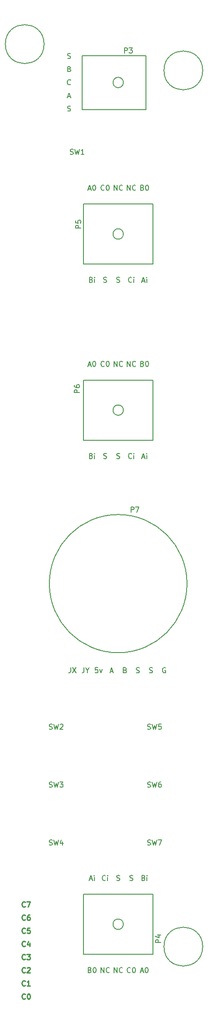
<source format=gbr>
G04 #@! TF.FileFunction,Legend,Top*
%FSLAX46Y46*%
G04 Gerber Fmt 4.6, Leading zero omitted, Abs format (unit mm)*
G04 Created by KiCad (PCBNEW 4.0.0-1rc2.201511291916+6190~38~ubuntu14.04.1-stable) date Mon 14 Mar 2016 12:19:52 PM PDT*
%MOMM*%
G01*
G04 APERTURE LIST*
%ADD10C,0.100000*%
%ADD11C,0.250000*%
%ADD12C,0.150000*%
G04 APERTURE END LIST*
D10*
D11*
X103973334Y-189841143D02*
X103925715Y-189888762D01*
X103782858Y-189936381D01*
X103687620Y-189936381D01*
X103544762Y-189888762D01*
X103449524Y-189793524D01*
X103401905Y-189698286D01*
X103354286Y-189507810D01*
X103354286Y-189364952D01*
X103401905Y-189174476D01*
X103449524Y-189079238D01*
X103544762Y-188984000D01*
X103687620Y-188936381D01*
X103782858Y-188936381D01*
X103925715Y-188984000D01*
X103973334Y-189031619D01*
X104592381Y-188936381D02*
X104687620Y-188936381D01*
X104782858Y-188984000D01*
X104830477Y-189031619D01*
X104878096Y-189126857D01*
X104925715Y-189317333D01*
X104925715Y-189555429D01*
X104878096Y-189745905D01*
X104830477Y-189841143D01*
X104782858Y-189888762D01*
X104687620Y-189936381D01*
X104592381Y-189936381D01*
X104497143Y-189888762D01*
X104449524Y-189841143D01*
X104401905Y-189745905D01*
X104354286Y-189555429D01*
X104354286Y-189317333D01*
X104401905Y-189126857D01*
X104449524Y-189031619D01*
X104497143Y-188984000D01*
X104592381Y-188936381D01*
X103973334Y-187301143D02*
X103925715Y-187348762D01*
X103782858Y-187396381D01*
X103687620Y-187396381D01*
X103544762Y-187348762D01*
X103449524Y-187253524D01*
X103401905Y-187158286D01*
X103354286Y-186967810D01*
X103354286Y-186824952D01*
X103401905Y-186634476D01*
X103449524Y-186539238D01*
X103544762Y-186444000D01*
X103687620Y-186396381D01*
X103782858Y-186396381D01*
X103925715Y-186444000D01*
X103973334Y-186491619D01*
X104925715Y-187396381D02*
X104354286Y-187396381D01*
X104640000Y-187396381D02*
X104640000Y-186396381D01*
X104544762Y-186539238D01*
X104449524Y-186634476D01*
X104354286Y-186682095D01*
X103973334Y-184761143D02*
X103925715Y-184808762D01*
X103782858Y-184856381D01*
X103687620Y-184856381D01*
X103544762Y-184808762D01*
X103449524Y-184713524D01*
X103401905Y-184618286D01*
X103354286Y-184427810D01*
X103354286Y-184284952D01*
X103401905Y-184094476D01*
X103449524Y-183999238D01*
X103544762Y-183904000D01*
X103687620Y-183856381D01*
X103782858Y-183856381D01*
X103925715Y-183904000D01*
X103973334Y-183951619D01*
X104354286Y-183951619D02*
X104401905Y-183904000D01*
X104497143Y-183856381D01*
X104735239Y-183856381D01*
X104830477Y-183904000D01*
X104878096Y-183951619D01*
X104925715Y-184046857D01*
X104925715Y-184142095D01*
X104878096Y-184284952D01*
X104306667Y-184856381D01*
X104925715Y-184856381D01*
X103973334Y-182221143D02*
X103925715Y-182268762D01*
X103782858Y-182316381D01*
X103687620Y-182316381D01*
X103544762Y-182268762D01*
X103449524Y-182173524D01*
X103401905Y-182078286D01*
X103354286Y-181887810D01*
X103354286Y-181744952D01*
X103401905Y-181554476D01*
X103449524Y-181459238D01*
X103544762Y-181364000D01*
X103687620Y-181316381D01*
X103782858Y-181316381D01*
X103925715Y-181364000D01*
X103973334Y-181411619D01*
X104306667Y-181316381D02*
X104925715Y-181316381D01*
X104592381Y-181697333D01*
X104735239Y-181697333D01*
X104830477Y-181744952D01*
X104878096Y-181792571D01*
X104925715Y-181887810D01*
X104925715Y-182125905D01*
X104878096Y-182221143D01*
X104830477Y-182268762D01*
X104735239Y-182316381D01*
X104449524Y-182316381D01*
X104354286Y-182268762D01*
X104306667Y-182221143D01*
X103973334Y-179681143D02*
X103925715Y-179728762D01*
X103782858Y-179776381D01*
X103687620Y-179776381D01*
X103544762Y-179728762D01*
X103449524Y-179633524D01*
X103401905Y-179538286D01*
X103354286Y-179347810D01*
X103354286Y-179204952D01*
X103401905Y-179014476D01*
X103449524Y-178919238D01*
X103544762Y-178824000D01*
X103687620Y-178776381D01*
X103782858Y-178776381D01*
X103925715Y-178824000D01*
X103973334Y-178871619D01*
X104830477Y-179109714D02*
X104830477Y-179776381D01*
X104592381Y-178728762D02*
X104354286Y-179443048D01*
X104973334Y-179443048D01*
X103973334Y-177141143D02*
X103925715Y-177188762D01*
X103782858Y-177236381D01*
X103687620Y-177236381D01*
X103544762Y-177188762D01*
X103449524Y-177093524D01*
X103401905Y-176998286D01*
X103354286Y-176807810D01*
X103354286Y-176664952D01*
X103401905Y-176474476D01*
X103449524Y-176379238D01*
X103544762Y-176284000D01*
X103687620Y-176236381D01*
X103782858Y-176236381D01*
X103925715Y-176284000D01*
X103973334Y-176331619D01*
X104878096Y-176236381D02*
X104401905Y-176236381D01*
X104354286Y-176712571D01*
X104401905Y-176664952D01*
X104497143Y-176617333D01*
X104735239Y-176617333D01*
X104830477Y-176664952D01*
X104878096Y-176712571D01*
X104925715Y-176807810D01*
X104925715Y-177045905D01*
X104878096Y-177141143D01*
X104830477Y-177188762D01*
X104735239Y-177236381D01*
X104497143Y-177236381D01*
X104401905Y-177188762D01*
X104354286Y-177141143D01*
X103973334Y-174601143D02*
X103925715Y-174648762D01*
X103782858Y-174696381D01*
X103687620Y-174696381D01*
X103544762Y-174648762D01*
X103449524Y-174553524D01*
X103401905Y-174458286D01*
X103354286Y-174267810D01*
X103354286Y-174124952D01*
X103401905Y-173934476D01*
X103449524Y-173839238D01*
X103544762Y-173744000D01*
X103687620Y-173696381D01*
X103782858Y-173696381D01*
X103925715Y-173744000D01*
X103973334Y-173791619D01*
X104830477Y-173696381D02*
X104640000Y-173696381D01*
X104544762Y-173744000D01*
X104497143Y-173791619D01*
X104401905Y-173934476D01*
X104354286Y-174124952D01*
X104354286Y-174505905D01*
X104401905Y-174601143D01*
X104449524Y-174648762D01*
X104544762Y-174696381D01*
X104735239Y-174696381D01*
X104830477Y-174648762D01*
X104878096Y-174601143D01*
X104925715Y-174505905D01*
X104925715Y-174267810D01*
X104878096Y-174172571D01*
X104830477Y-174124952D01*
X104735239Y-174077333D01*
X104544762Y-174077333D01*
X104449524Y-174124952D01*
X104401905Y-174172571D01*
X104354286Y-174267810D01*
X103973334Y-172061143D02*
X103925715Y-172108762D01*
X103782858Y-172156381D01*
X103687620Y-172156381D01*
X103544762Y-172108762D01*
X103449524Y-172013524D01*
X103401905Y-171918286D01*
X103354286Y-171727810D01*
X103354286Y-171584952D01*
X103401905Y-171394476D01*
X103449524Y-171299238D01*
X103544762Y-171204000D01*
X103687620Y-171156381D01*
X103782858Y-171156381D01*
X103925715Y-171204000D01*
X103973334Y-171251619D01*
X104306667Y-171156381D02*
X104973334Y-171156381D01*
X104544762Y-172156381D01*
D12*
X123000000Y-13000000D02*
G75*
G03X123000000Y-13000000I-1000000J0D01*
G01*
X115000000Y-18200000D02*
X127350000Y-18200000D01*
X115000000Y-7800000D02*
X127350000Y-7800000D01*
X127350000Y-7800000D02*
X127350000Y-18200000D01*
X115000000Y-7800000D02*
X115000000Y-18200000D01*
X123000000Y-175500000D02*
G75*
G03X123000000Y-175500000I-1000000J0D01*
G01*
X128750000Y-181300000D02*
X115250000Y-181300000D01*
X115250000Y-181300000D02*
X115250000Y-169700000D01*
X115250000Y-169700000D02*
X128750000Y-169700000D01*
X128750000Y-169700000D02*
X128750000Y-181300000D01*
X123000000Y-42250000D02*
G75*
G03X123000000Y-42250000I-1000000J0D01*
G01*
X115250000Y-36450000D02*
X128750000Y-36450000D01*
X128750000Y-36450000D02*
X128750000Y-48050000D01*
X128750000Y-48050000D02*
X115250000Y-48050000D01*
X115250000Y-48050000D02*
X115250000Y-36450000D01*
X123000000Y-76250000D02*
G75*
G03X123000000Y-76250000I-1000000J0D01*
G01*
X115250000Y-70450000D02*
X128750000Y-70450000D01*
X128750000Y-70450000D02*
X128750000Y-82050000D01*
X128750000Y-82050000D02*
X115250000Y-82050000D01*
X115250000Y-82050000D02*
X115250000Y-70450000D01*
X135335000Y-109750000D02*
G75*
G03X135335000Y-109750000I-13335000J0D01*
G01*
X138370000Y-10668000D02*
G75*
G03X138370000Y-10668000I-3750000J0D01*
G01*
X107636000Y-5588000D02*
G75*
G03X107636000Y-5588000I-3750000J0D01*
G01*
X138370000Y-179832000D02*
G75*
G03X138370000Y-179832000I-3750000J0D01*
G01*
X123213905Y-7310381D02*
X123213905Y-6310381D01*
X123594858Y-6310381D01*
X123690096Y-6358000D01*
X123737715Y-6405619D01*
X123785334Y-6500857D01*
X123785334Y-6643714D01*
X123737715Y-6738952D01*
X123690096Y-6786571D01*
X123594858Y-6834190D01*
X123213905Y-6834190D01*
X124118667Y-6310381D02*
X124737715Y-6310381D01*
X124404381Y-6691333D01*
X124547239Y-6691333D01*
X124642477Y-6738952D01*
X124690096Y-6786571D01*
X124737715Y-6881810D01*
X124737715Y-7119905D01*
X124690096Y-7215143D01*
X124642477Y-7262762D01*
X124547239Y-7310381D01*
X124261524Y-7310381D01*
X124166286Y-7262762D01*
X124118667Y-7215143D01*
X112236905Y-15706667D02*
X112713096Y-15706667D01*
X112141667Y-15992381D02*
X112475000Y-14992381D01*
X112808334Y-15992381D01*
X112784524Y-13357143D02*
X112736905Y-13404762D01*
X112594048Y-13452381D01*
X112498810Y-13452381D01*
X112355952Y-13404762D01*
X112260714Y-13309524D01*
X112213095Y-13214286D01*
X112165476Y-13023810D01*
X112165476Y-12880952D01*
X112213095Y-12690476D01*
X112260714Y-12595238D01*
X112355952Y-12500000D01*
X112498810Y-12452381D01*
X112594048Y-12452381D01*
X112736905Y-12500000D01*
X112784524Y-12547619D01*
X112546429Y-10388571D02*
X112689286Y-10436190D01*
X112736905Y-10483810D01*
X112784524Y-10579048D01*
X112784524Y-10721905D01*
X112736905Y-10817143D01*
X112689286Y-10864762D01*
X112594048Y-10912381D01*
X112213095Y-10912381D01*
X112213095Y-9912381D01*
X112546429Y-9912381D01*
X112641667Y-9960000D01*
X112689286Y-10007619D01*
X112736905Y-10102857D01*
X112736905Y-10198095D01*
X112689286Y-10293333D01*
X112641667Y-10340952D01*
X112546429Y-10388571D01*
X112213095Y-10388571D01*
X112189286Y-18484762D02*
X112332143Y-18532381D01*
X112570239Y-18532381D01*
X112665477Y-18484762D01*
X112713096Y-18437143D01*
X112760715Y-18341905D01*
X112760715Y-18246667D01*
X112713096Y-18151429D01*
X112665477Y-18103810D01*
X112570239Y-18056190D01*
X112379762Y-18008571D01*
X112284524Y-17960952D01*
X112236905Y-17913333D01*
X112189286Y-17818095D01*
X112189286Y-17722857D01*
X112236905Y-17627619D01*
X112284524Y-17580000D01*
X112379762Y-17532381D01*
X112617858Y-17532381D01*
X112760715Y-17580000D01*
X112189286Y-8324762D02*
X112332143Y-8372381D01*
X112570239Y-8372381D01*
X112665477Y-8324762D01*
X112713096Y-8277143D01*
X112760715Y-8181905D01*
X112760715Y-8086667D01*
X112713096Y-7991429D01*
X112665477Y-7943810D01*
X112570239Y-7896190D01*
X112379762Y-7848571D01*
X112284524Y-7800952D01*
X112236905Y-7753333D01*
X112189286Y-7658095D01*
X112189286Y-7562857D01*
X112236905Y-7467619D01*
X112284524Y-7420000D01*
X112379762Y-7372381D01*
X112617858Y-7372381D01*
X112760715Y-7420000D01*
X130246381Y-179046095D02*
X129246381Y-179046095D01*
X129246381Y-178665142D01*
X129294000Y-178569904D01*
X129341619Y-178522285D01*
X129436857Y-178474666D01*
X129579714Y-178474666D01*
X129674952Y-178522285D01*
X129722571Y-178569904D01*
X129770190Y-178665142D01*
X129770190Y-179046095D01*
X129579714Y-177617523D02*
X130246381Y-177617523D01*
X129198762Y-177855619D02*
X129913048Y-178093714D01*
X129913048Y-177474666D01*
X116515239Y-184318571D02*
X116658096Y-184366190D01*
X116705715Y-184413810D01*
X116753334Y-184509048D01*
X116753334Y-184651905D01*
X116705715Y-184747143D01*
X116658096Y-184794762D01*
X116562858Y-184842381D01*
X116181905Y-184842381D01*
X116181905Y-183842381D01*
X116515239Y-183842381D01*
X116610477Y-183890000D01*
X116658096Y-183937619D01*
X116705715Y-184032857D01*
X116705715Y-184128095D01*
X116658096Y-184223333D01*
X116610477Y-184270952D01*
X116515239Y-184318571D01*
X116181905Y-184318571D01*
X117372381Y-183842381D02*
X117467620Y-183842381D01*
X117562858Y-183890000D01*
X117610477Y-183937619D01*
X117658096Y-184032857D01*
X117705715Y-184223333D01*
X117705715Y-184461429D01*
X117658096Y-184651905D01*
X117610477Y-184747143D01*
X117562858Y-184794762D01*
X117467620Y-184842381D01*
X117372381Y-184842381D01*
X117277143Y-184794762D01*
X117229524Y-184747143D01*
X117181905Y-184651905D01*
X117134286Y-184461429D01*
X117134286Y-184223333D01*
X117181905Y-184032857D01*
X117229524Y-183937619D01*
X117277143Y-183890000D01*
X117372381Y-183842381D01*
X118674286Y-184842381D02*
X118674286Y-183842381D01*
X119245715Y-184842381D01*
X119245715Y-183842381D01*
X120293334Y-184747143D02*
X120245715Y-184794762D01*
X120102858Y-184842381D01*
X120007620Y-184842381D01*
X119864762Y-184794762D01*
X119769524Y-184699524D01*
X119721905Y-184604286D01*
X119674286Y-184413810D01*
X119674286Y-184270952D01*
X119721905Y-184080476D01*
X119769524Y-183985238D01*
X119864762Y-183890000D01*
X120007620Y-183842381D01*
X120102858Y-183842381D01*
X120245715Y-183890000D01*
X120293334Y-183937619D01*
X121214286Y-184842381D02*
X121214286Y-183842381D01*
X121785715Y-184842381D01*
X121785715Y-183842381D01*
X122833334Y-184747143D02*
X122785715Y-184794762D01*
X122642858Y-184842381D01*
X122547620Y-184842381D01*
X122404762Y-184794762D01*
X122309524Y-184699524D01*
X122261905Y-184604286D01*
X122214286Y-184413810D01*
X122214286Y-184270952D01*
X122261905Y-184080476D01*
X122309524Y-183985238D01*
X122404762Y-183890000D01*
X122547620Y-183842381D01*
X122642858Y-183842381D01*
X122785715Y-183890000D01*
X122833334Y-183937619D01*
X126365714Y-184556667D02*
X126841905Y-184556667D01*
X126270476Y-184842381D02*
X126603809Y-183842381D01*
X126937143Y-184842381D01*
X127460952Y-183842381D02*
X127556191Y-183842381D01*
X127651429Y-183890000D01*
X127699048Y-183937619D01*
X127746667Y-184032857D01*
X127794286Y-184223333D01*
X127794286Y-184461429D01*
X127746667Y-184651905D01*
X127699048Y-184747143D01*
X127651429Y-184794762D01*
X127556191Y-184842381D01*
X127460952Y-184842381D01*
X127365714Y-184794762D01*
X127318095Y-184747143D01*
X127270476Y-184651905D01*
X127222857Y-184461429D01*
X127222857Y-184223333D01*
X127270476Y-184032857D01*
X127318095Y-183937619D01*
X127365714Y-183890000D01*
X127460952Y-183842381D01*
X124373334Y-184747143D02*
X124325715Y-184794762D01*
X124182858Y-184842381D01*
X124087620Y-184842381D01*
X123944762Y-184794762D01*
X123849524Y-184699524D01*
X123801905Y-184604286D01*
X123754286Y-184413810D01*
X123754286Y-184270952D01*
X123801905Y-184080476D01*
X123849524Y-183985238D01*
X123944762Y-183890000D01*
X124087620Y-183842381D01*
X124182858Y-183842381D01*
X124325715Y-183890000D01*
X124373334Y-183937619D01*
X124992381Y-183842381D02*
X125087620Y-183842381D01*
X125182858Y-183890000D01*
X125230477Y-183937619D01*
X125278096Y-184032857D01*
X125325715Y-184223333D01*
X125325715Y-184461429D01*
X125278096Y-184651905D01*
X125230477Y-184747143D01*
X125182858Y-184794762D01*
X125087620Y-184842381D01*
X124992381Y-184842381D01*
X124897143Y-184794762D01*
X124849524Y-184747143D01*
X124801905Y-184651905D01*
X124754286Y-184461429D01*
X124754286Y-184223333D01*
X124801905Y-184032857D01*
X124849524Y-183937619D01*
X124897143Y-183890000D01*
X124992381Y-183842381D01*
X116443810Y-166776667D02*
X116920001Y-166776667D01*
X116348572Y-167062381D02*
X116681905Y-166062381D01*
X117015239Y-167062381D01*
X117348572Y-167062381D02*
X117348572Y-166395714D01*
X117348572Y-166062381D02*
X117300953Y-166110000D01*
X117348572Y-166157619D01*
X117396191Y-166110000D01*
X117348572Y-166062381D01*
X117348572Y-166157619D01*
X119531429Y-166967143D02*
X119483810Y-167014762D01*
X119340953Y-167062381D01*
X119245715Y-167062381D01*
X119102857Y-167014762D01*
X119007619Y-166919524D01*
X118960000Y-166824286D01*
X118912381Y-166633810D01*
X118912381Y-166490952D01*
X118960000Y-166300476D01*
X119007619Y-166205238D01*
X119102857Y-166110000D01*
X119245715Y-166062381D01*
X119340953Y-166062381D01*
X119483810Y-166110000D01*
X119531429Y-166157619D01*
X119960000Y-167062381D02*
X119960000Y-166395714D01*
X119960000Y-166062381D02*
X119912381Y-166110000D01*
X119960000Y-166157619D01*
X120007619Y-166110000D01*
X119960000Y-166062381D01*
X119960000Y-166157619D01*
X121714286Y-167014762D02*
X121857143Y-167062381D01*
X122095239Y-167062381D01*
X122190477Y-167014762D01*
X122238096Y-166967143D01*
X122285715Y-166871905D01*
X122285715Y-166776667D01*
X122238096Y-166681429D01*
X122190477Y-166633810D01*
X122095239Y-166586190D01*
X121904762Y-166538571D01*
X121809524Y-166490952D01*
X121761905Y-166443333D01*
X121714286Y-166348095D01*
X121714286Y-166252857D01*
X121761905Y-166157619D01*
X121809524Y-166110000D01*
X121904762Y-166062381D01*
X122142858Y-166062381D01*
X122285715Y-166110000D01*
X124254286Y-167014762D02*
X124397143Y-167062381D01*
X124635239Y-167062381D01*
X124730477Y-167014762D01*
X124778096Y-166967143D01*
X124825715Y-166871905D01*
X124825715Y-166776667D01*
X124778096Y-166681429D01*
X124730477Y-166633810D01*
X124635239Y-166586190D01*
X124444762Y-166538571D01*
X124349524Y-166490952D01*
X124301905Y-166443333D01*
X124254286Y-166348095D01*
X124254286Y-166252857D01*
X124301905Y-166157619D01*
X124349524Y-166110000D01*
X124444762Y-166062381D01*
X124682858Y-166062381D01*
X124825715Y-166110000D01*
X126913334Y-166538571D02*
X127056191Y-166586190D01*
X127103810Y-166633810D01*
X127151429Y-166729048D01*
X127151429Y-166871905D01*
X127103810Y-166967143D01*
X127056191Y-167014762D01*
X126960953Y-167062381D01*
X126580000Y-167062381D01*
X126580000Y-166062381D01*
X126913334Y-166062381D01*
X127008572Y-166110000D01*
X127056191Y-166157619D01*
X127103810Y-166252857D01*
X127103810Y-166348095D01*
X127056191Y-166443333D01*
X127008572Y-166490952D01*
X126913334Y-166538571D01*
X126580000Y-166538571D01*
X127580000Y-167062381D02*
X127580000Y-166395714D01*
X127580000Y-166062381D02*
X127532381Y-166110000D01*
X127580000Y-166157619D01*
X127627619Y-166110000D01*
X127580000Y-166062381D01*
X127580000Y-166157619D01*
X114752381Y-41124095D02*
X113752381Y-41124095D01*
X113752381Y-40743142D01*
X113800000Y-40647904D01*
X113847619Y-40600285D01*
X113942857Y-40552666D01*
X114085714Y-40552666D01*
X114180952Y-40600285D01*
X114228571Y-40647904D01*
X114276190Y-40743142D01*
X114276190Y-41124095D01*
X113752381Y-39647904D02*
X113752381Y-40124095D01*
X114228571Y-40171714D01*
X114180952Y-40124095D01*
X114133333Y-40028857D01*
X114133333Y-39790761D01*
X114180952Y-39695523D01*
X114228571Y-39647904D01*
X114323810Y-39600285D01*
X114561905Y-39600285D01*
X114657143Y-39647904D01*
X114704762Y-39695523D01*
X114752381Y-39790761D01*
X114752381Y-40028857D01*
X114704762Y-40124095D01*
X114657143Y-40171714D01*
X126675239Y-33288571D02*
X126818096Y-33336190D01*
X126865715Y-33383810D01*
X126913334Y-33479048D01*
X126913334Y-33621905D01*
X126865715Y-33717143D01*
X126818096Y-33764762D01*
X126722858Y-33812381D01*
X126341905Y-33812381D01*
X126341905Y-32812381D01*
X126675239Y-32812381D01*
X126770477Y-32860000D01*
X126818096Y-32907619D01*
X126865715Y-33002857D01*
X126865715Y-33098095D01*
X126818096Y-33193333D01*
X126770477Y-33240952D01*
X126675239Y-33288571D01*
X126341905Y-33288571D01*
X127532381Y-32812381D02*
X127627620Y-32812381D01*
X127722858Y-32860000D01*
X127770477Y-32907619D01*
X127818096Y-33002857D01*
X127865715Y-33193333D01*
X127865715Y-33431429D01*
X127818096Y-33621905D01*
X127770477Y-33717143D01*
X127722858Y-33764762D01*
X127627620Y-33812381D01*
X127532381Y-33812381D01*
X127437143Y-33764762D01*
X127389524Y-33717143D01*
X127341905Y-33621905D01*
X127294286Y-33431429D01*
X127294286Y-33193333D01*
X127341905Y-33002857D01*
X127389524Y-32907619D01*
X127437143Y-32860000D01*
X127532381Y-32812381D01*
X123754286Y-33812381D02*
X123754286Y-32812381D01*
X124325715Y-33812381D01*
X124325715Y-32812381D01*
X125373334Y-33717143D02*
X125325715Y-33764762D01*
X125182858Y-33812381D01*
X125087620Y-33812381D01*
X124944762Y-33764762D01*
X124849524Y-33669524D01*
X124801905Y-33574286D01*
X124754286Y-33383810D01*
X124754286Y-33240952D01*
X124801905Y-33050476D01*
X124849524Y-32955238D01*
X124944762Y-32860000D01*
X125087620Y-32812381D01*
X125182858Y-32812381D01*
X125325715Y-32860000D01*
X125373334Y-32907619D01*
X121214286Y-33812381D02*
X121214286Y-32812381D01*
X121785715Y-33812381D01*
X121785715Y-32812381D01*
X122833334Y-33717143D02*
X122785715Y-33764762D01*
X122642858Y-33812381D01*
X122547620Y-33812381D01*
X122404762Y-33764762D01*
X122309524Y-33669524D01*
X122261905Y-33574286D01*
X122214286Y-33383810D01*
X122214286Y-33240952D01*
X122261905Y-33050476D01*
X122309524Y-32955238D01*
X122404762Y-32860000D01*
X122547620Y-32812381D01*
X122642858Y-32812381D01*
X122785715Y-32860000D01*
X122833334Y-32907619D01*
X116205714Y-33526667D02*
X116681905Y-33526667D01*
X116110476Y-33812381D02*
X116443809Y-32812381D01*
X116777143Y-33812381D01*
X117300952Y-32812381D02*
X117396191Y-32812381D01*
X117491429Y-32860000D01*
X117539048Y-32907619D01*
X117586667Y-33002857D01*
X117634286Y-33193333D01*
X117634286Y-33431429D01*
X117586667Y-33621905D01*
X117539048Y-33717143D01*
X117491429Y-33764762D01*
X117396191Y-33812381D01*
X117300952Y-33812381D01*
X117205714Y-33764762D01*
X117158095Y-33717143D01*
X117110476Y-33621905D01*
X117062857Y-33431429D01*
X117062857Y-33193333D01*
X117110476Y-33002857D01*
X117158095Y-32907619D01*
X117205714Y-32860000D01*
X117300952Y-32812381D01*
X119293334Y-33717143D02*
X119245715Y-33764762D01*
X119102858Y-33812381D01*
X119007620Y-33812381D01*
X118864762Y-33764762D01*
X118769524Y-33669524D01*
X118721905Y-33574286D01*
X118674286Y-33383810D01*
X118674286Y-33240952D01*
X118721905Y-33050476D01*
X118769524Y-32955238D01*
X118864762Y-32860000D01*
X119007620Y-32812381D01*
X119102858Y-32812381D01*
X119245715Y-32860000D01*
X119293334Y-32907619D01*
X119912381Y-32812381D02*
X120007620Y-32812381D01*
X120102858Y-32860000D01*
X120150477Y-32907619D01*
X120198096Y-33002857D01*
X120245715Y-33193333D01*
X120245715Y-33431429D01*
X120198096Y-33621905D01*
X120150477Y-33717143D01*
X120102858Y-33764762D01*
X120007620Y-33812381D01*
X119912381Y-33812381D01*
X119817143Y-33764762D01*
X119769524Y-33717143D01*
X119721905Y-33621905D01*
X119674286Y-33431429D01*
X119674286Y-33193333D01*
X119721905Y-33002857D01*
X119769524Y-32907619D01*
X119817143Y-32860000D01*
X119912381Y-32812381D01*
X126603810Y-51306667D02*
X127080001Y-51306667D01*
X126508572Y-51592381D02*
X126841905Y-50592381D01*
X127175239Y-51592381D01*
X127508572Y-51592381D02*
X127508572Y-50925714D01*
X127508572Y-50592381D02*
X127460953Y-50640000D01*
X127508572Y-50687619D01*
X127556191Y-50640000D01*
X127508572Y-50592381D01*
X127508572Y-50687619D01*
X124611429Y-51497143D02*
X124563810Y-51544762D01*
X124420953Y-51592381D01*
X124325715Y-51592381D01*
X124182857Y-51544762D01*
X124087619Y-51449524D01*
X124040000Y-51354286D01*
X123992381Y-51163810D01*
X123992381Y-51020952D01*
X124040000Y-50830476D01*
X124087619Y-50735238D01*
X124182857Y-50640000D01*
X124325715Y-50592381D01*
X124420953Y-50592381D01*
X124563810Y-50640000D01*
X124611429Y-50687619D01*
X125040000Y-51592381D02*
X125040000Y-50925714D01*
X125040000Y-50592381D02*
X124992381Y-50640000D01*
X125040000Y-50687619D01*
X125087619Y-50640000D01*
X125040000Y-50592381D01*
X125040000Y-50687619D01*
X121714286Y-51544762D02*
X121857143Y-51592381D01*
X122095239Y-51592381D01*
X122190477Y-51544762D01*
X122238096Y-51497143D01*
X122285715Y-51401905D01*
X122285715Y-51306667D01*
X122238096Y-51211429D01*
X122190477Y-51163810D01*
X122095239Y-51116190D01*
X121904762Y-51068571D01*
X121809524Y-51020952D01*
X121761905Y-50973333D01*
X121714286Y-50878095D01*
X121714286Y-50782857D01*
X121761905Y-50687619D01*
X121809524Y-50640000D01*
X121904762Y-50592381D01*
X122142858Y-50592381D01*
X122285715Y-50640000D01*
X119174286Y-51544762D02*
X119317143Y-51592381D01*
X119555239Y-51592381D01*
X119650477Y-51544762D01*
X119698096Y-51497143D01*
X119745715Y-51401905D01*
X119745715Y-51306667D01*
X119698096Y-51211429D01*
X119650477Y-51163810D01*
X119555239Y-51116190D01*
X119364762Y-51068571D01*
X119269524Y-51020952D01*
X119221905Y-50973333D01*
X119174286Y-50878095D01*
X119174286Y-50782857D01*
X119221905Y-50687619D01*
X119269524Y-50640000D01*
X119364762Y-50592381D01*
X119602858Y-50592381D01*
X119745715Y-50640000D01*
X116753334Y-51068571D02*
X116896191Y-51116190D01*
X116943810Y-51163810D01*
X116991429Y-51259048D01*
X116991429Y-51401905D01*
X116943810Y-51497143D01*
X116896191Y-51544762D01*
X116800953Y-51592381D01*
X116420000Y-51592381D01*
X116420000Y-50592381D01*
X116753334Y-50592381D01*
X116848572Y-50640000D01*
X116896191Y-50687619D01*
X116943810Y-50782857D01*
X116943810Y-50878095D01*
X116896191Y-50973333D01*
X116848572Y-51020952D01*
X116753334Y-51068571D01*
X116420000Y-51068571D01*
X117420000Y-51592381D02*
X117420000Y-50925714D01*
X117420000Y-50592381D02*
X117372381Y-50640000D01*
X117420000Y-50687619D01*
X117467619Y-50640000D01*
X117420000Y-50592381D01*
X117420000Y-50687619D01*
X114498381Y-72874095D02*
X113498381Y-72874095D01*
X113498381Y-72493142D01*
X113546000Y-72397904D01*
X113593619Y-72350285D01*
X113688857Y-72302666D01*
X113831714Y-72302666D01*
X113926952Y-72350285D01*
X113974571Y-72397904D01*
X114022190Y-72493142D01*
X114022190Y-72874095D01*
X113498381Y-71445523D02*
X113498381Y-71636000D01*
X113546000Y-71731238D01*
X113593619Y-71778857D01*
X113736476Y-71874095D01*
X113926952Y-71921714D01*
X114307905Y-71921714D01*
X114403143Y-71874095D01*
X114450762Y-71826476D01*
X114498381Y-71731238D01*
X114498381Y-71540761D01*
X114450762Y-71445523D01*
X114403143Y-71397904D01*
X114307905Y-71350285D01*
X114069810Y-71350285D01*
X113974571Y-71397904D01*
X113926952Y-71445523D01*
X113879333Y-71540761D01*
X113879333Y-71731238D01*
X113926952Y-71826476D01*
X113974571Y-71874095D01*
X114069810Y-71921714D01*
X126675239Y-67288571D02*
X126818096Y-67336190D01*
X126865715Y-67383810D01*
X126913334Y-67479048D01*
X126913334Y-67621905D01*
X126865715Y-67717143D01*
X126818096Y-67764762D01*
X126722858Y-67812381D01*
X126341905Y-67812381D01*
X126341905Y-66812381D01*
X126675239Y-66812381D01*
X126770477Y-66860000D01*
X126818096Y-66907619D01*
X126865715Y-67002857D01*
X126865715Y-67098095D01*
X126818096Y-67193333D01*
X126770477Y-67240952D01*
X126675239Y-67288571D01*
X126341905Y-67288571D01*
X127532381Y-66812381D02*
X127627620Y-66812381D01*
X127722858Y-66860000D01*
X127770477Y-66907619D01*
X127818096Y-67002857D01*
X127865715Y-67193333D01*
X127865715Y-67431429D01*
X127818096Y-67621905D01*
X127770477Y-67717143D01*
X127722858Y-67764762D01*
X127627620Y-67812381D01*
X127532381Y-67812381D01*
X127437143Y-67764762D01*
X127389524Y-67717143D01*
X127341905Y-67621905D01*
X127294286Y-67431429D01*
X127294286Y-67193333D01*
X127341905Y-67002857D01*
X127389524Y-66907619D01*
X127437143Y-66860000D01*
X127532381Y-66812381D01*
X123754286Y-67812381D02*
X123754286Y-66812381D01*
X124325715Y-67812381D01*
X124325715Y-66812381D01*
X125373334Y-67717143D02*
X125325715Y-67764762D01*
X125182858Y-67812381D01*
X125087620Y-67812381D01*
X124944762Y-67764762D01*
X124849524Y-67669524D01*
X124801905Y-67574286D01*
X124754286Y-67383810D01*
X124754286Y-67240952D01*
X124801905Y-67050476D01*
X124849524Y-66955238D01*
X124944762Y-66860000D01*
X125087620Y-66812381D01*
X125182858Y-66812381D01*
X125325715Y-66860000D01*
X125373334Y-66907619D01*
X121214286Y-67812381D02*
X121214286Y-66812381D01*
X121785715Y-67812381D01*
X121785715Y-66812381D01*
X122833334Y-67717143D02*
X122785715Y-67764762D01*
X122642858Y-67812381D01*
X122547620Y-67812381D01*
X122404762Y-67764762D01*
X122309524Y-67669524D01*
X122261905Y-67574286D01*
X122214286Y-67383810D01*
X122214286Y-67240952D01*
X122261905Y-67050476D01*
X122309524Y-66955238D01*
X122404762Y-66860000D01*
X122547620Y-66812381D01*
X122642858Y-66812381D01*
X122785715Y-66860000D01*
X122833334Y-66907619D01*
X116205714Y-67526667D02*
X116681905Y-67526667D01*
X116110476Y-67812381D02*
X116443809Y-66812381D01*
X116777143Y-67812381D01*
X117300952Y-66812381D02*
X117396191Y-66812381D01*
X117491429Y-66860000D01*
X117539048Y-66907619D01*
X117586667Y-67002857D01*
X117634286Y-67193333D01*
X117634286Y-67431429D01*
X117586667Y-67621905D01*
X117539048Y-67717143D01*
X117491429Y-67764762D01*
X117396191Y-67812381D01*
X117300952Y-67812381D01*
X117205714Y-67764762D01*
X117158095Y-67717143D01*
X117110476Y-67621905D01*
X117062857Y-67431429D01*
X117062857Y-67193333D01*
X117110476Y-67002857D01*
X117158095Y-66907619D01*
X117205714Y-66860000D01*
X117300952Y-66812381D01*
X119293334Y-67717143D02*
X119245715Y-67764762D01*
X119102858Y-67812381D01*
X119007620Y-67812381D01*
X118864762Y-67764762D01*
X118769524Y-67669524D01*
X118721905Y-67574286D01*
X118674286Y-67383810D01*
X118674286Y-67240952D01*
X118721905Y-67050476D01*
X118769524Y-66955238D01*
X118864762Y-66860000D01*
X119007620Y-66812381D01*
X119102858Y-66812381D01*
X119245715Y-66860000D01*
X119293334Y-66907619D01*
X119912381Y-66812381D02*
X120007620Y-66812381D01*
X120102858Y-66860000D01*
X120150477Y-66907619D01*
X120198096Y-67002857D01*
X120245715Y-67193333D01*
X120245715Y-67431429D01*
X120198096Y-67621905D01*
X120150477Y-67717143D01*
X120102858Y-67764762D01*
X120007620Y-67812381D01*
X119912381Y-67812381D01*
X119817143Y-67764762D01*
X119769524Y-67717143D01*
X119721905Y-67621905D01*
X119674286Y-67431429D01*
X119674286Y-67193333D01*
X119721905Y-67002857D01*
X119769524Y-66907619D01*
X119817143Y-66860000D01*
X119912381Y-66812381D01*
X126603810Y-85306667D02*
X127080001Y-85306667D01*
X126508572Y-85592381D02*
X126841905Y-84592381D01*
X127175239Y-85592381D01*
X127508572Y-85592381D02*
X127508572Y-84925714D01*
X127508572Y-84592381D02*
X127460953Y-84640000D01*
X127508572Y-84687619D01*
X127556191Y-84640000D01*
X127508572Y-84592381D01*
X127508572Y-84687619D01*
X124611429Y-85497143D02*
X124563810Y-85544762D01*
X124420953Y-85592381D01*
X124325715Y-85592381D01*
X124182857Y-85544762D01*
X124087619Y-85449524D01*
X124040000Y-85354286D01*
X123992381Y-85163810D01*
X123992381Y-85020952D01*
X124040000Y-84830476D01*
X124087619Y-84735238D01*
X124182857Y-84640000D01*
X124325715Y-84592381D01*
X124420953Y-84592381D01*
X124563810Y-84640000D01*
X124611429Y-84687619D01*
X125040000Y-85592381D02*
X125040000Y-84925714D01*
X125040000Y-84592381D02*
X124992381Y-84640000D01*
X125040000Y-84687619D01*
X125087619Y-84640000D01*
X125040000Y-84592381D01*
X125040000Y-84687619D01*
X121714286Y-85544762D02*
X121857143Y-85592381D01*
X122095239Y-85592381D01*
X122190477Y-85544762D01*
X122238096Y-85497143D01*
X122285715Y-85401905D01*
X122285715Y-85306667D01*
X122238096Y-85211429D01*
X122190477Y-85163810D01*
X122095239Y-85116190D01*
X121904762Y-85068571D01*
X121809524Y-85020952D01*
X121761905Y-84973333D01*
X121714286Y-84878095D01*
X121714286Y-84782857D01*
X121761905Y-84687619D01*
X121809524Y-84640000D01*
X121904762Y-84592381D01*
X122142858Y-84592381D01*
X122285715Y-84640000D01*
X119174286Y-85544762D02*
X119317143Y-85592381D01*
X119555239Y-85592381D01*
X119650477Y-85544762D01*
X119698096Y-85497143D01*
X119745715Y-85401905D01*
X119745715Y-85306667D01*
X119698096Y-85211429D01*
X119650477Y-85163810D01*
X119555239Y-85116190D01*
X119364762Y-85068571D01*
X119269524Y-85020952D01*
X119221905Y-84973333D01*
X119174286Y-84878095D01*
X119174286Y-84782857D01*
X119221905Y-84687619D01*
X119269524Y-84640000D01*
X119364762Y-84592381D01*
X119602858Y-84592381D01*
X119745715Y-84640000D01*
X116753334Y-85068571D02*
X116896191Y-85116190D01*
X116943810Y-85163810D01*
X116991429Y-85259048D01*
X116991429Y-85401905D01*
X116943810Y-85497143D01*
X116896191Y-85544762D01*
X116800953Y-85592381D01*
X116420000Y-85592381D01*
X116420000Y-84592381D01*
X116753334Y-84592381D01*
X116848572Y-84640000D01*
X116896191Y-84687619D01*
X116943810Y-84782857D01*
X116943810Y-84878095D01*
X116896191Y-84973333D01*
X116848572Y-85020952D01*
X116753334Y-85068571D01*
X116420000Y-85068571D01*
X117420000Y-85592381D02*
X117420000Y-84925714D01*
X117420000Y-84592381D02*
X117372381Y-84640000D01*
X117420000Y-84687619D01*
X117467619Y-84640000D01*
X117420000Y-84592381D01*
X117420000Y-84687619D01*
X124483905Y-95956381D02*
X124483905Y-94956381D01*
X124864858Y-94956381D01*
X124960096Y-95004000D01*
X125007715Y-95051619D01*
X125055334Y-95146857D01*
X125055334Y-95289714D01*
X125007715Y-95384952D01*
X124960096Y-95432571D01*
X124864858Y-95480190D01*
X124483905Y-95480190D01*
X125388667Y-94956381D02*
X126055334Y-94956381D01*
X125626762Y-95956381D01*
X131151905Y-126014000D02*
X131056667Y-125966381D01*
X130913810Y-125966381D01*
X130770952Y-126014000D01*
X130675714Y-126109238D01*
X130628095Y-126204476D01*
X130580476Y-126394952D01*
X130580476Y-126537810D01*
X130628095Y-126728286D01*
X130675714Y-126823524D01*
X130770952Y-126918762D01*
X130913810Y-126966381D01*
X131009048Y-126966381D01*
X131151905Y-126918762D01*
X131199524Y-126871143D01*
X131199524Y-126537810D01*
X131009048Y-126537810D01*
X128064286Y-126918762D02*
X128207143Y-126966381D01*
X128445239Y-126966381D01*
X128540477Y-126918762D01*
X128588096Y-126871143D01*
X128635715Y-126775905D01*
X128635715Y-126680667D01*
X128588096Y-126585429D01*
X128540477Y-126537810D01*
X128445239Y-126490190D01*
X128254762Y-126442571D01*
X128159524Y-126394952D01*
X128111905Y-126347333D01*
X128064286Y-126252095D01*
X128064286Y-126156857D01*
X128111905Y-126061619D01*
X128159524Y-126014000D01*
X128254762Y-125966381D01*
X128492858Y-125966381D01*
X128635715Y-126014000D01*
X125524286Y-126918762D02*
X125667143Y-126966381D01*
X125905239Y-126966381D01*
X126000477Y-126918762D01*
X126048096Y-126871143D01*
X126095715Y-126775905D01*
X126095715Y-126680667D01*
X126048096Y-126585429D01*
X126000477Y-126537810D01*
X125905239Y-126490190D01*
X125714762Y-126442571D01*
X125619524Y-126394952D01*
X125571905Y-126347333D01*
X125524286Y-126252095D01*
X125524286Y-126156857D01*
X125571905Y-126061619D01*
X125619524Y-126014000D01*
X125714762Y-125966381D01*
X125952858Y-125966381D01*
X126095715Y-126014000D01*
X123341429Y-126442571D02*
X123484286Y-126490190D01*
X123531905Y-126537810D01*
X123579524Y-126633048D01*
X123579524Y-126775905D01*
X123531905Y-126871143D01*
X123484286Y-126918762D01*
X123389048Y-126966381D01*
X123008095Y-126966381D01*
X123008095Y-125966381D01*
X123341429Y-125966381D01*
X123436667Y-126014000D01*
X123484286Y-126061619D01*
X123531905Y-126156857D01*
X123531905Y-126252095D01*
X123484286Y-126347333D01*
X123436667Y-126394952D01*
X123341429Y-126442571D01*
X123008095Y-126442571D01*
X120491905Y-126680667D02*
X120968096Y-126680667D01*
X120396667Y-126966381D02*
X120730000Y-125966381D01*
X121063334Y-126966381D01*
X118047143Y-125966381D02*
X117570952Y-125966381D01*
X117523333Y-126442571D01*
X117570952Y-126394952D01*
X117666190Y-126347333D01*
X117904286Y-126347333D01*
X117999524Y-126394952D01*
X118047143Y-126442571D01*
X118094762Y-126537810D01*
X118094762Y-126775905D01*
X118047143Y-126871143D01*
X117999524Y-126918762D01*
X117904286Y-126966381D01*
X117666190Y-126966381D01*
X117570952Y-126918762D01*
X117523333Y-126871143D01*
X118428095Y-126299714D02*
X118666190Y-126966381D01*
X118904286Y-126299714D01*
X115364286Y-125966381D02*
X115364286Y-126680667D01*
X115316666Y-126823524D01*
X115221428Y-126918762D01*
X115078571Y-126966381D01*
X114983333Y-126966381D01*
X116030952Y-126490190D02*
X116030952Y-126966381D01*
X115697619Y-125966381D02*
X116030952Y-126490190D01*
X116364286Y-125966381D01*
X112776667Y-125966381D02*
X112776667Y-126680667D01*
X112729047Y-126823524D01*
X112633809Y-126918762D01*
X112490952Y-126966381D01*
X112395714Y-126966381D01*
X113157619Y-125966381D02*
X113824286Y-126966381D01*
X113824286Y-125966381D02*
X113157619Y-126966381D01*
X112712667Y-26820762D02*
X112855524Y-26868381D01*
X113093620Y-26868381D01*
X113188858Y-26820762D01*
X113236477Y-26773143D01*
X113284096Y-26677905D01*
X113284096Y-26582667D01*
X113236477Y-26487429D01*
X113188858Y-26439810D01*
X113093620Y-26392190D01*
X112903143Y-26344571D01*
X112807905Y-26296952D01*
X112760286Y-26249333D01*
X112712667Y-26154095D01*
X112712667Y-26058857D01*
X112760286Y-25963619D01*
X112807905Y-25916000D01*
X112903143Y-25868381D01*
X113141239Y-25868381D01*
X113284096Y-25916000D01*
X113617429Y-25868381D02*
X113855524Y-26868381D01*
X114046001Y-26154095D01*
X114236477Y-26868381D01*
X114474572Y-25868381D01*
X115379334Y-26868381D02*
X114807905Y-26868381D01*
X115093619Y-26868381D02*
X115093619Y-25868381D01*
X114998381Y-26011238D01*
X114903143Y-26106476D01*
X114807905Y-26154095D01*
X108648667Y-137818762D02*
X108791524Y-137866381D01*
X109029620Y-137866381D01*
X109124858Y-137818762D01*
X109172477Y-137771143D01*
X109220096Y-137675905D01*
X109220096Y-137580667D01*
X109172477Y-137485429D01*
X109124858Y-137437810D01*
X109029620Y-137390190D01*
X108839143Y-137342571D01*
X108743905Y-137294952D01*
X108696286Y-137247333D01*
X108648667Y-137152095D01*
X108648667Y-137056857D01*
X108696286Y-136961619D01*
X108743905Y-136914000D01*
X108839143Y-136866381D01*
X109077239Y-136866381D01*
X109220096Y-136914000D01*
X109553429Y-136866381D02*
X109791524Y-137866381D01*
X109982001Y-137152095D01*
X110172477Y-137866381D01*
X110410572Y-136866381D01*
X110743905Y-136961619D02*
X110791524Y-136914000D01*
X110886762Y-136866381D01*
X111124858Y-136866381D01*
X111220096Y-136914000D01*
X111267715Y-136961619D01*
X111315334Y-137056857D01*
X111315334Y-137152095D01*
X111267715Y-137294952D01*
X110696286Y-137866381D01*
X111315334Y-137866381D01*
X108648667Y-148994762D02*
X108791524Y-149042381D01*
X109029620Y-149042381D01*
X109124858Y-148994762D01*
X109172477Y-148947143D01*
X109220096Y-148851905D01*
X109220096Y-148756667D01*
X109172477Y-148661429D01*
X109124858Y-148613810D01*
X109029620Y-148566190D01*
X108839143Y-148518571D01*
X108743905Y-148470952D01*
X108696286Y-148423333D01*
X108648667Y-148328095D01*
X108648667Y-148232857D01*
X108696286Y-148137619D01*
X108743905Y-148090000D01*
X108839143Y-148042381D01*
X109077239Y-148042381D01*
X109220096Y-148090000D01*
X109553429Y-148042381D02*
X109791524Y-149042381D01*
X109982001Y-148328095D01*
X110172477Y-149042381D01*
X110410572Y-148042381D01*
X110696286Y-148042381D02*
X111315334Y-148042381D01*
X110982000Y-148423333D01*
X111124858Y-148423333D01*
X111220096Y-148470952D01*
X111267715Y-148518571D01*
X111315334Y-148613810D01*
X111315334Y-148851905D01*
X111267715Y-148947143D01*
X111220096Y-148994762D01*
X111124858Y-149042381D01*
X110839143Y-149042381D01*
X110743905Y-148994762D01*
X110696286Y-148947143D01*
X108648667Y-160170762D02*
X108791524Y-160218381D01*
X109029620Y-160218381D01*
X109124858Y-160170762D01*
X109172477Y-160123143D01*
X109220096Y-160027905D01*
X109220096Y-159932667D01*
X109172477Y-159837429D01*
X109124858Y-159789810D01*
X109029620Y-159742190D01*
X108839143Y-159694571D01*
X108743905Y-159646952D01*
X108696286Y-159599333D01*
X108648667Y-159504095D01*
X108648667Y-159408857D01*
X108696286Y-159313619D01*
X108743905Y-159266000D01*
X108839143Y-159218381D01*
X109077239Y-159218381D01*
X109220096Y-159266000D01*
X109553429Y-159218381D02*
X109791524Y-160218381D01*
X109982001Y-159504095D01*
X110172477Y-160218381D01*
X110410572Y-159218381D01*
X111220096Y-159551714D02*
X111220096Y-160218381D01*
X110982000Y-159170762D02*
X110743905Y-159885048D01*
X111362953Y-159885048D01*
X127698667Y-137818762D02*
X127841524Y-137866381D01*
X128079620Y-137866381D01*
X128174858Y-137818762D01*
X128222477Y-137771143D01*
X128270096Y-137675905D01*
X128270096Y-137580667D01*
X128222477Y-137485429D01*
X128174858Y-137437810D01*
X128079620Y-137390190D01*
X127889143Y-137342571D01*
X127793905Y-137294952D01*
X127746286Y-137247333D01*
X127698667Y-137152095D01*
X127698667Y-137056857D01*
X127746286Y-136961619D01*
X127793905Y-136914000D01*
X127889143Y-136866381D01*
X128127239Y-136866381D01*
X128270096Y-136914000D01*
X128603429Y-136866381D02*
X128841524Y-137866381D01*
X129032001Y-137152095D01*
X129222477Y-137866381D01*
X129460572Y-136866381D01*
X130317715Y-136866381D02*
X129841524Y-136866381D01*
X129793905Y-137342571D01*
X129841524Y-137294952D01*
X129936762Y-137247333D01*
X130174858Y-137247333D01*
X130270096Y-137294952D01*
X130317715Y-137342571D01*
X130365334Y-137437810D01*
X130365334Y-137675905D01*
X130317715Y-137771143D01*
X130270096Y-137818762D01*
X130174858Y-137866381D01*
X129936762Y-137866381D01*
X129841524Y-137818762D01*
X129793905Y-137771143D01*
X127698667Y-148994762D02*
X127841524Y-149042381D01*
X128079620Y-149042381D01*
X128174858Y-148994762D01*
X128222477Y-148947143D01*
X128270096Y-148851905D01*
X128270096Y-148756667D01*
X128222477Y-148661429D01*
X128174858Y-148613810D01*
X128079620Y-148566190D01*
X127889143Y-148518571D01*
X127793905Y-148470952D01*
X127746286Y-148423333D01*
X127698667Y-148328095D01*
X127698667Y-148232857D01*
X127746286Y-148137619D01*
X127793905Y-148090000D01*
X127889143Y-148042381D01*
X128127239Y-148042381D01*
X128270096Y-148090000D01*
X128603429Y-148042381D02*
X128841524Y-149042381D01*
X129032001Y-148328095D01*
X129222477Y-149042381D01*
X129460572Y-148042381D01*
X130270096Y-148042381D02*
X130079619Y-148042381D01*
X129984381Y-148090000D01*
X129936762Y-148137619D01*
X129841524Y-148280476D01*
X129793905Y-148470952D01*
X129793905Y-148851905D01*
X129841524Y-148947143D01*
X129889143Y-148994762D01*
X129984381Y-149042381D01*
X130174858Y-149042381D01*
X130270096Y-148994762D01*
X130317715Y-148947143D01*
X130365334Y-148851905D01*
X130365334Y-148613810D01*
X130317715Y-148518571D01*
X130270096Y-148470952D01*
X130174858Y-148423333D01*
X129984381Y-148423333D01*
X129889143Y-148470952D01*
X129841524Y-148518571D01*
X129793905Y-148613810D01*
X127698667Y-160170762D02*
X127841524Y-160218381D01*
X128079620Y-160218381D01*
X128174858Y-160170762D01*
X128222477Y-160123143D01*
X128270096Y-160027905D01*
X128270096Y-159932667D01*
X128222477Y-159837429D01*
X128174858Y-159789810D01*
X128079620Y-159742190D01*
X127889143Y-159694571D01*
X127793905Y-159646952D01*
X127746286Y-159599333D01*
X127698667Y-159504095D01*
X127698667Y-159408857D01*
X127746286Y-159313619D01*
X127793905Y-159266000D01*
X127889143Y-159218381D01*
X128127239Y-159218381D01*
X128270096Y-159266000D01*
X128603429Y-159218381D02*
X128841524Y-160218381D01*
X129032001Y-159504095D01*
X129222477Y-160218381D01*
X129460572Y-159218381D01*
X129746286Y-159218381D02*
X130412953Y-159218381D01*
X129984381Y-160218381D01*
M02*

</source>
